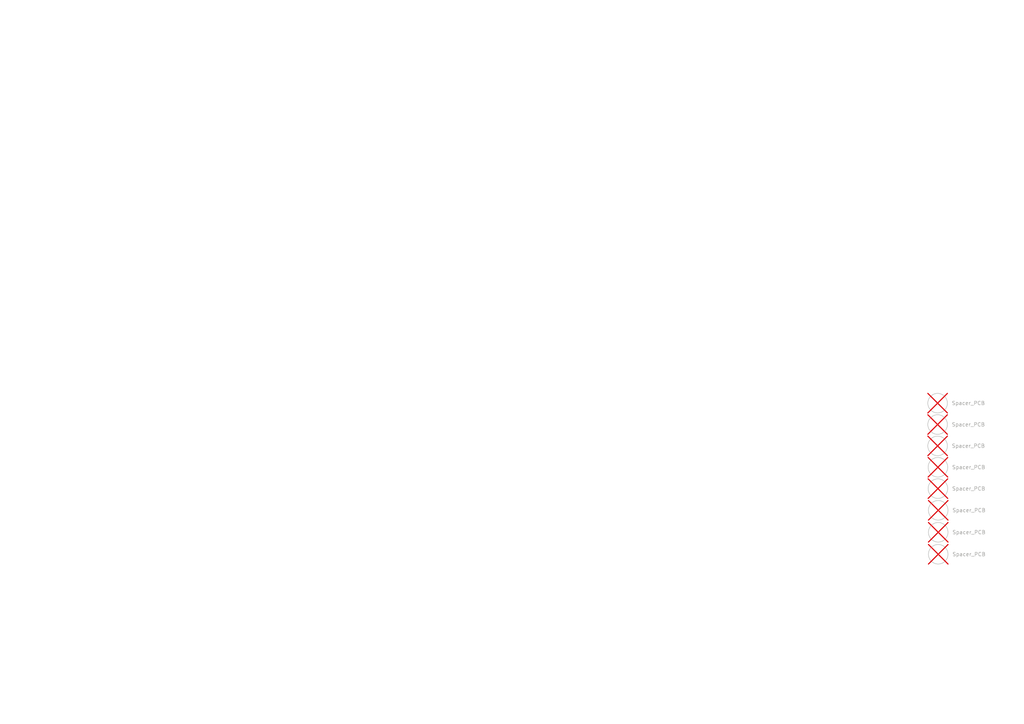
<source format=kicad_sch>
(kicad_sch (version 20230121) (generator eeschema)
  (paper "A3")
  (lib_symbols
    (symbol "Keyboard_Plate:Spacer_PCB" (pin_names (offset 1.016))
      (property "Value" "Spacer_PCB" (at 0 1.27 0))
      (symbol "Spacer_PCB_0_1"
        (circle (center 0 0) (radius 4.0132))
      )
    )
  )
  (symbol (lib_id "Keyboard_Plate:Spacer_PCB") (at 384.556 182.88 0) (unit 1) (in_bom no) (dnp yes)
    (property "Reference" "H3" (effects hide))
    (property "Value" "Spacer_PCB" (at 390.271 182.88 0) (effects (font (size 1.524 1.524)) (justify left)))
    (property "Footprint" "Keyboard_Plate:Spacer Plate hole" (effects hide))
  )
  (symbol (lib_id "Keyboard_Plate:Spacer_PCB") (at 384.81 227.33 0) (unit 1) (in_bom no) (dnp yes)
    (property "Reference" "H8" (effects hide))
    (property "Value" "Spacer_PCB" (at 390.525 227.33 0) (effects (font (size 1.524 1.524)) (justify left)))
    (property "Footprint" "Keyboard_Plate:Spacer Plate hole" (effects hide))
  )
  (symbol (lib_id "Keyboard_Plate:Spacer_PCB") (at 384.81 209.296 0) (unit 1) (in_bom no) (dnp yes)
    (property "Reference" "H6" (effects hide))
    (property "Value" "Spacer_PCB" (at 390.525 209.296 0) (effects (font (size 1.524 1.524)) (justify left)))
    (property "Footprint" "Keyboard_Plate:Spacer Plate hole" (effects hide))
  )
  (symbol (lib_id "Keyboard_Plate:Spacer_PCB") (at 384.556 165.354 0) (unit 1) (in_bom no) (dnp yes)
    (property "Reference" "H1" (effects hide))
    (property "Value" "Spacer_PCB" (at 390.271 165.354 0) (effects (font (size 1.524 1.524)) (justify left)))
    (property "Footprint" "Keyboard_Plate:Spacer Plate hole" (effects hide))
  )
  (symbol (lib_id "Keyboard_Plate:Spacer_PCB") (at 384.683 200.406 0) (unit 1) (in_bom no) (dnp yes)
    (property "Reference" "H5" (effects hide))
    (property "Value" "Spacer_PCB" (at 390.398 200.406 0) (effects (font (size 1.524 1.524)) (justify left)))
    (property "Footprint" "Keyboard_Plate:Spacer Plate hole" (effects hide))
  )
  (symbol (lib_id "Keyboard_Plate:Spacer_PCB") (at 384.556 174.117 0) (unit 1) (in_bom no) (dnp yes)
    (property "Reference" "H2" (effects hide))
    (property "Value" "Spacer_PCB" (at 390.271 174.117 0) (effects (font (size 1.524 1.524)) (justify left)))
    (property "Footprint" "Keyboard_Plate:Spacer Plate hole" (effects hide))
  )
  (symbol (lib_id "Keyboard_Plate:Spacer_PCB") (at 384.683 191.643 0) (unit 1) (in_bom no) (dnp yes)
    (property "Reference" "H4" (effects hide))
    (property "Value" "Spacer_PCB" (at 390.398 191.643 0) (effects (font (size 1.524 1.524)) (justify left)))
    (property "Footprint" "Keyboard_Plate:Spacer Plate hole" (effects hide))
  )
  (symbol (lib_id "Keyboard_Plate:Spacer_PCB") (at 384.81 218.313 0) (unit 1) (in_bom no) (dnp yes)
    (property "Reference" "H7" (effects hide))
    (property "Value" "Spacer_PCB" (at 390.525 218.313 0) (effects (font (size 1.524 1.524)) (justify left)))
    (property "Footprint" "Keyboard_Plate:Spacer Plate hole" (effects hide))
  )
)
</source>
